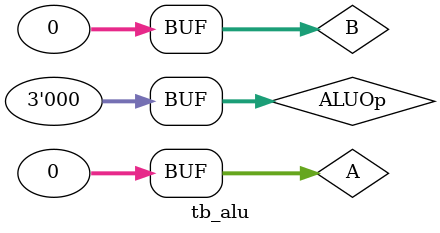
<source format=v>
`timescale 1ns / 1ps


module tb_alu;

	// Inputs
	reg [31:0] A;
	reg [31:0] B;
	reg [2:0] ALUOp;

	// Outputs
	wire [31:0] C;

	// Instantiate the Unit Under Test (UUT)
	alu uut (
		.A(A), 
		.B(B), 
		.ALUOp(ALUOp), 
		.C(C)
	);

	initial begin
		// Initialize Inputs
		A = 0;
		B = 0;
		ALUOp = 0;

		// Wait 100 ns for global reset to finish
		#100;
        
		// Add stimulus here

	end
      
endmodule


</source>
